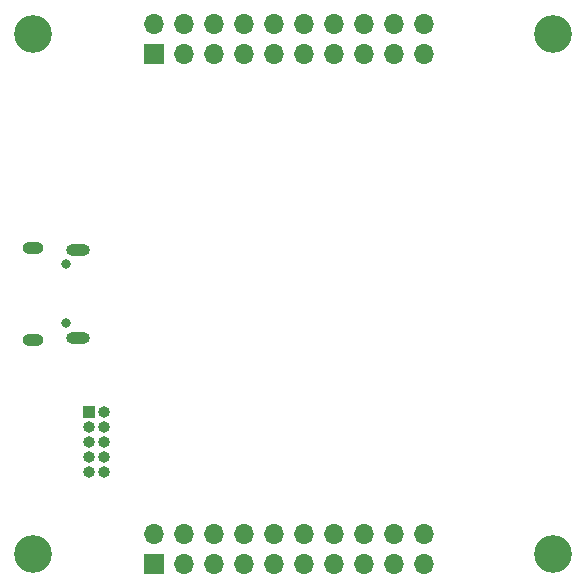
<source format=gbr>
%TF.GenerationSoftware,KiCad,Pcbnew,(5.1.12-1-10_14)*%
%TF.CreationDate,2022-01-30T11:35:25+08:00*%
%TF.ProjectId,bl600-sa-devboard,626c3630-302d-4736-912d-646576626f61,rev?*%
%TF.SameCoordinates,Original*%
%TF.FileFunction,Soldermask,Bot*%
%TF.FilePolarity,Negative*%
%FSLAX46Y46*%
G04 Gerber Fmt 4.6, Leading zero omitted, Abs format (unit mm)*
G04 Created by KiCad (PCBNEW (5.1.12-1-10_14)) date 2022-01-30 11:35:25*
%MOMM*%
%LPD*%
G01*
G04 APERTURE LIST*
%ADD10O,1.700000X1.700000*%
%ADD11R,1.700000X1.700000*%
%ADD12C,0.800000*%
%ADD13O,1.800000X1.000000*%
%ADD14O,2.000000X1.000000*%
%ADD15C,3.200000*%
%ADD16O,1.000000X1.000000*%
%ADD17R,1.000000X1.000000*%
G04 APERTURE END LIST*
D10*
%TO.C,J3*%
X136150000Y-52140000D03*
X136150000Y-54680000D03*
X133610000Y-52140000D03*
X133610000Y-54680000D03*
X131070000Y-52140000D03*
X131070000Y-54680000D03*
X128530000Y-52140000D03*
X128530000Y-54680000D03*
X125990000Y-52140000D03*
X125990000Y-54680000D03*
X123450000Y-52140000D03*
X123450000Y-54680000D03*
X120910000Y-52140000D03*
X120910000Y-54680000D03*
X118370000Y-52140000D03*
X118370000Y-54680000D03*
X115830000Y-52140000D03*
X115830000Y-54680000D03*
X113290000Y-52140000D03*
D11*
X113290000Y-54680000D03*
%TD*%
D10*
%TO.C,J2*%
X136150000Y-95320000D03*
X136150000Y-97860000D03*
X133610000Y-95320000D03*
X133610000Y-97860000D03*
X131070000Y-95320000D03*
X131070000Y-97860000D03*
X128530000Y-95320000D03*
X128530000Y-97860000D03*
X125990000Y-95320000D03*
X125990000Y-97860000D03*
X123450000Y-95320000D03*
X123450000Y-97860000D03*
X120910000Y-95320000D03*
X120910000Y-97860000D03*
X118370000Y-95320000D03*
X118370000Y-97860000D03*
X115830000Y-95320000D03*
X115830000Y-97860000D03*
X113290000Y-95320000D03*
D11*
X113290000Y-97860000D03*
%TD*%
D12*
%TO.C,J1*%
X105800000Y-77500000D03*
X105800000Y-72500000D03*
D13*
X103050000Y-78875000D03*
X103050000Y-71125000D03*
D14*
X106850000Y-78725000D03*
X106850000Y-71275000D03*
%TD*%
D15*
%TO.C,H4*%
X147000000Y-97000000D03*
%TD*%
%TO.C,H3*%
X103000000Y-97000000D03*
%TD*%
%TO.C,H2*%
X147000000Y-53000000D03*
%TD*%
%TO.C,H1*%
X103000000Y-53000000D03*
%TD*%
D16*
%TO.C,CON1*%
X107775000Y-90080000D03*
X109045000Y-90080000D03*
X107775000Y-88810000D03*
X109045000Y-88810000D03*
X107775000Y-87540000D03*
X109045000Y-87540000D03*
X107775000Y-86270000D03*
X109045000Y-86270000D03*
X109045000Y-85000000D03*
D17*
X107775000Y-85000000D03*
%TD*%
M02*

</source>
